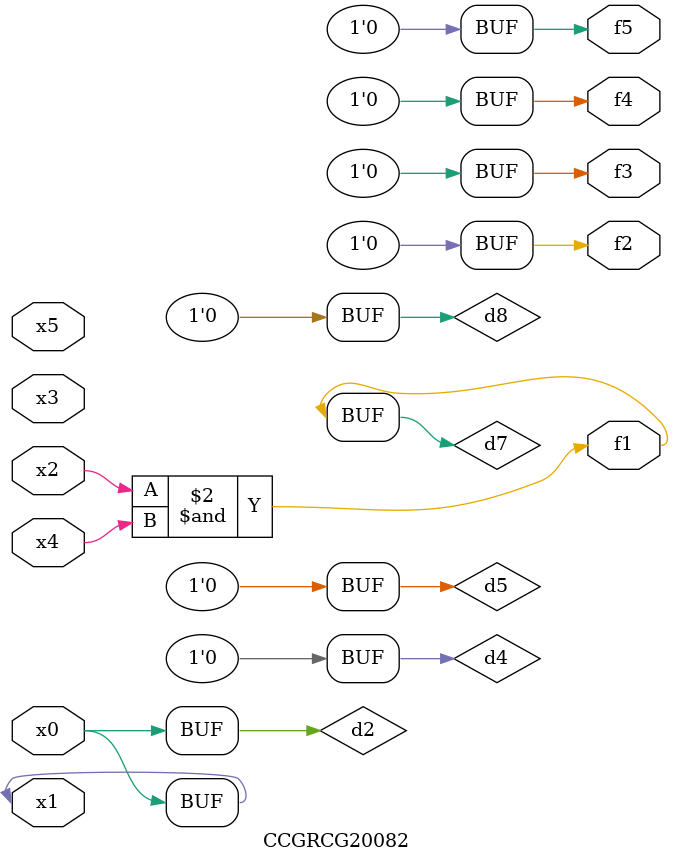
<source format=v>
module CCGRCG20082(
	input x0, x1, x2, x3, x4, x5,
	output f1, f2, f3, f4, f5
);

	wire d1, d2, d3, d4, d5, d6, d7, d8, d9;

	nand (d1, x1);
	buf (d2, x0, x1);
	nand (d3, x2, x4);
	and (d4, d1, d2);
	and (d5, d1, d2);
	nand (d6, d1, d3);
	not (d7, d3);
	xor (d8, d5);
	nor (d9, d5, d6);
	assign f1 = d7;
	assign f2 = d8;
	assign f3 = d8;
	assign f4 = d8;
	assign f5 = d8;
endmodule

</source>
